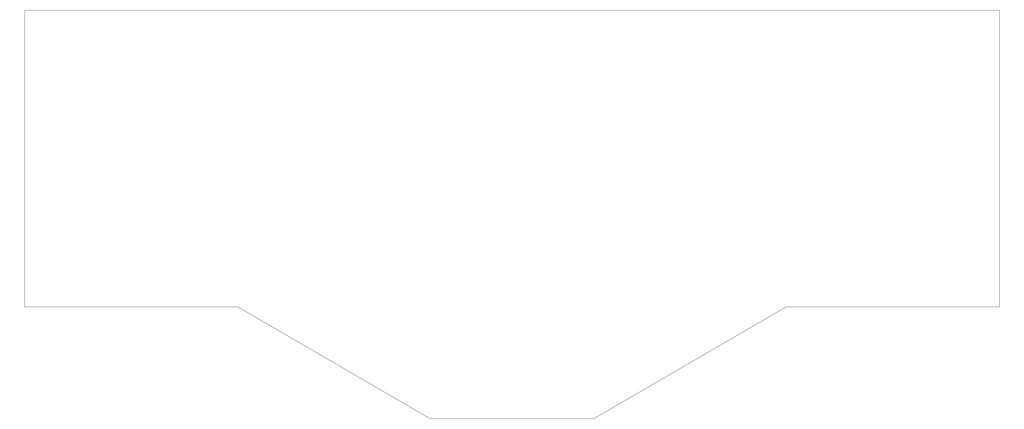
<source format=gbr>
%TF.GenerationSoftware,KiCad,Pcbnew,7.0.2*%
%TF.CreationDate,2023-06-06T03:29:56-04:00*%
%TF.ProjectId,arisu,61726973-752e-46b6-9963-61645f706362,1.1*%
%TF.SameCoordinates,Original*%
%TF.FileFunction,Profile,NP*%
%FSLAX46Y46*%
G04 Gerber Fmt 4.6, Leading zero omitted, Abs format (unit mm)*
G04 Created by KiCad (PCBNEW 7.0.2) date 2023-06-06 03:29:56*
%MOMM*%
%LPD*%
G01*
G04 APERTURE LIST*
%TA.AperFunction,Profile*%
%ADD10C,0.150000*%
%TD*%
G04 APERTURE END LIST*
D10*
X113000000Y-147000000D02*
X31000000Y-147000000D01*
X324000000Y-147000000D02*
X250000000Y-190000000D01*
X406000000Y-33000000D02*
X406000000Y-147000000D01*
X406000000Y-147000000D02*
X324000000Y-147000000D01*
X250000000Y-190000000D02*
X187000000Y-190000000D01*
X31000000Y-33000000D02*
X406000000Y-33000000D01*
X187000000Y-190000000D02*
X113000000Y-147000000D01*
X31000000Y-33000000D02*
X31000000Y-147000000D01*
M02*

</source>
